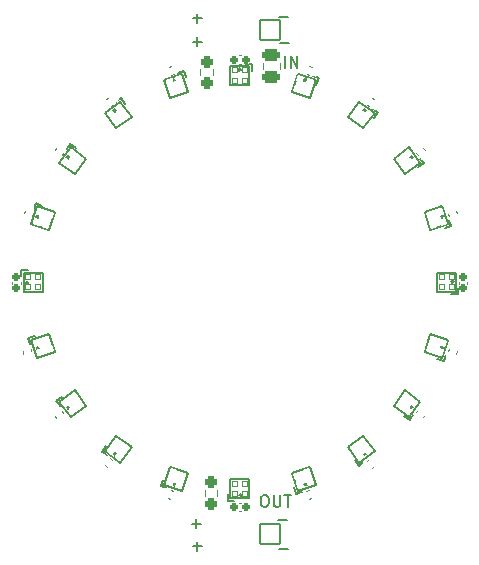
<source format=gto>
%TF.GenerationSoftware,KiCad,Pcbnew,7.0.2-6a45011f42~172~ubuntu22.04.1*%
%TF.CreationDate,2023-05-13T10:52:22-06:00*%
%TF.ProjectId,ring-40mm,72696e67-2d34-4306-9d6d-2e6b69636164,rev?*%
%TF.SameCoordinates,Original*%
%TF.FileFunction,Legend,Top*%
%TF.FilePolarity,Positive*%
%FSLAX46Y46*%
G04 Gerber Fmt 4.6, Leading zero omitted, Abs format (unit mm)*
G04 Created by KiCad (PCBNEW 7.0.2-6a45011f42~172~ubuntu22.04.1) date 2023-05-13 10:52:22*
%MOMM*%
%LPD*%
G01*
G04 APERTURE LIST*
G04 Aperture macros list*
%AMRoundRect*
0 Rectangle with rounded corners*
0 $1 Rounding radius*
0 $2 $3 $4 $5 $6 $7 $8 $9 X,Y pos of 4 corners*
0 Add a 4 corners polygon primitive as box body*
4,1,4,$2,$3,$4,$5,$6,$7,$8,$9,$2,$3,0*
0 Add four circle primitives for the rounded corners*
1,1,$1+$1,$2,$3*
1,1,$1+$1,$4,$5*
1,1,$1+$1,$6,$7*
1,1,$1+$1,$8,$9*
0 Add four rect primitives between the rounded corners*
20,1,$1+$1,$2,$3,$4,$5,0*
20,1,$1+$1,$4,$5,$6,$7,0*
20,1,$1+$1,$6,$7,$8,$9,0*
20,1,$1+$1,$8,$9,$2,$3,0*%
G04 Aperture macros list end*
%ADD10C,0.150000*%
%ADD11C,0.120000*%
%ADD12RoundRect,0.050000X-0.850000X0.850000X-0.850000X-0.850000X0.850000X-0.850000X0.850000X0.850000X0*%
%ADD13O,1.800000X1.800000*%
%ADD14RoundRect,0.050000X0.049777X0.314281X-0.314281X0.049777X-0.049777X-0.314281X0.314281X-0.049777X0*%
%ADD15RoundRect,0.190000X-0.213186X-0.055243X0.013339X-0.219823X0.213186X0.055243X-0.013339X0.219823X0*%
%ADD16RoundRect,0.190000X-0.080615X-0.204942X0.185681X-0.118417X0.080615X0.204942X-0.185681X0.118417X0*%
%ADD17RoundRect,0.287500X-0.237500X0.250000X-0.237500X-0.250000X0.237500X-0.250000X0.237500X0.250000X0*%
%ADD18RoundRect,0.050000X0.314281X-0.049777X0.049777X0.314281X-0.314281X0.049777X-0.049777X-0.314281X0*%
%ADD19RoundRect,0.050000X0.283517X0.144459X-0.144459X0.283517X-0.283517X-0.144459X0.144459X-0.283517X0*%
%ADD20RoundRect,0.190000X-0.204942X0.080615X-0.118417X-0.185681X0.204942X-0.080615X0.118417X0.185681X0*%
%ADD21RoundRect,0.050000X-0.314281X-0.049777X0.049777X-0.314281X0.314281X0.049777X-0.049777X0.314281X0*%
%ADD22RoundRect,0.050000X0.144459X-0.283517X0.283517X0.144459X-0.144459X0.283517X-0.283517X-0.144459X0*%
%ADD23RoundRect,0.190000X0.055243X-0.213186X0.219823X0.013339X-0.055243X0.213186X-0.219823X-0.013339X0*%
%ADD24RoundRect,0.190000X0.013339X0.219823X-0.213186X0.055243X-0.013339X-0.219823X0.213186X-0.055243X0*%
%ADD25RoundRect,0.050000X0.225000X0.225000X-0.225000X0.225000X-0.225000X-0.225000X0.225000X-0.225000X0*%
%ADD26RoundRect,0.190000X0.118417X-0.185681X0.204942X0.080615X-0.118417X0.185681X-0.204942X-0.080615X0*%
%ADD27RoundRect,0.190000X0.213186X0.055243X-0.013339X0.219823X-0.213186X-0.055243X0.013339X-0.219823X0*%
%ADD28RoundRect,0.050000X0.049777X-0.314281X0.314281X0.049777X-0.049777X0.314281X-0.314281X-0.049777X0*%
%ADD29RoundRect,0.190000X0.185681X0.118417X-0.080615X0.204942X-0.185681X-0.118417X0.080615X-0.204942X0*%
%ADD30RoundRect,0.050000X0.225000X-0.225000X0.225000X0.225000X-0.225000X0.225000X-0.225000X-0.225000X0*%
%ADD31RoundRect,0.190000X0.219823X-0.013339X0.055243X0.213186X-0.219823X0.013339X-0.055243X-0.213186X0*%
%ADD32RoundRect,0.300000X0.475000X-0.250000X0.475000X0.250000X-0.475000X0.250000X-0.475000X-0.250000X0*%
%ADD33RoundRect,0.190000X-0.055243X0.213186X-0.219823X-0.013339X0.055243X-0.213186X0.219823X0.013339X0*%
%ADD34RoundRect,0.050000X-0.283517X0.144459X-0.144459X-0.283517X0.283517X-0.144459X0.144459X0.283517X0*%
%ADD35RoundRect,0.050000X-0.314281X0.049777X-0.049777X-0.314281X0.314281X-0.049777X0.049777X0.314281X0*%
%ADD36RoundRect,0.050000X-0.225000X-0.225000X0.225000X-0.225000X0.225000X0.225000X-0.225000X0.225000X0*%
%ADD37RoundRect,0.050000X0.283517X-0.144459X0.144459X0.283517X-0.283517X0.144459X-0.144459X-0.283517X0*%
%ADD38RoundRect,0.050000X-0.225000X0.225000X-0.225000X-0.225000X0.225000X-0.225000X0.225000X0.225000X0*%
%ADD39RoundRect,0.050000X0.144459X0.283517X-0.283517X0.144459X-0.144459X-0.283517X0.283517X-0.144459X0*%
%ADD40RoundRect,0.190000X0.080615X0.204942X-0.185681X0.118417X-0.080615X-0.204942X0.185681X-0.118417X0*%
%ADD41RoundRect,0.190000X-0.140000X-0.170000X0.140000X-0.170000X0.140000X0.170000X-0.140000X0.170000X0*%
%ADD42RoundRect,0.190000X0.170000X-0.140000X0.170000X0.140000X-0.170000X0.140000X-0.170000X-0.140000X0*%
%ADD43RoundRect,0.190000X-0.013339X-0.219823X0.213186X-0.055243X0.013339X0.219823X-0.213186X0.055243X0*%
%ADD44RoundRect,0.190000X0.140000X0.170000X-0.140000X0.170000X-0.140000X-0.170000X0.140000X-0.170000X0*%
%ADD45RoundRect,0.190000X-0.219823X0.013339X-0.055243X-0.213186X0.219823X-0.013339X0.055243X0.213186X0*%
%ADD46RoundRect,0.050000X-0.049777X0.314281X-0.314281X-0.049777X0.049777X-0.314281X0.314281X0.049777X0*%
%ADD47RoundRect,0.050000X-0.283517X-0.144459X0.144459X-0.283517X0.283517X0.144459X-0.144459X0.283517X0*%
%ADD48RoundRect,0.190000X-0.118417X0.185681X-0.204942X-0.080615X0.118417X-0.185681X0.204942X0.080615X0*%
%ADD49RoundRect,0.050000X0.314281X0.049777X-0.049777X0.314281X-0.314281X-0.049777X0.049777X-0.314281X0*%
%ADD50RoundRect,0.190000X-0.185681X-0.118417X0.080615X-0.204942X0.185681X0.118417X-0.080615X0.204942X0*%
%ADD51RoundRect,0.050000X-0.049777X-0.314281X0.314281X-0.049777X0.049777X0.314281X-0.314281X0.049777X0*%
%ADD52RoundRect,0.190000X0.204942X-0.080615X0.118417X0.185681X-0.204942X0.080615X-0.118417X-0.185681X0*%
%ADD53RoundRect,0.050000X-0.144459X-0.283517X0.283517X-0.144459X0.144459X0.283517X-0.283517X0.144459X0*%
%ADD54RoundRect,0.190000X-0.170000X0.140000X-0.170000X-0.140000X0.170000X-0.140000X0.170000X0.140000X0*%
%ADD55RoundRect,0.050000X-0.144459X0.283517X-0.283517X-0.144459X0.144459X-0.283517X0.283517X0.144459X0*%
G04 APERTURE END LIST*
D10*
X103338095Y-79796666D02*
X104100000Y-79796666D01*
X95938095Y-77696666D02*
X96700000Y-77696666D01*
X96319047Y-78077619D02*
X96319047Y-77315714D01*
X101928571Y-118077619D02*
X102119047Y-118077619D01*
X102119047Y-118077619D02*
X102214285Y-118125238D01*
X102214285Y-118125238D02*
X102309523Y-118220476D01*
X102309523Y-118220476D02*
X102357142Y-118410952D01*
X102357142Y-118410952D02*
X102357142Y-118744285D01*
X102357142Y-118744285D02*
X102309523Y-118934761D01*
X102309523Y-118934761D02*
X102214285Y-119030000D01*
X102214285Y-119030000D02*
X102119047Y-119077619D01*
X102119047Y-119077619D02*
X101928571Y-119077619D01*
X101928571Y-119077619D02*
X101833333Y-119030000D01*
X101833333Y-119030000D02*
X101738095Y-118934761D01*
X101738095Y-118934761D02*
X101690476Y-118744285D01*
X101690476Y-118744285D02*
X101690476Y-118410952D01*
X101690476Y-118410952D02*
X101738095Y-118220476D01*
X101738095Y-118220476D02*
X101833333Y-118125238D01*
X101833333Y-118125238D02*
X101928571Y-118077619D01*
X102785714Y-118077619D02*
X102785714Y-118887142D01*
X102785714Y-118887142D02*
X102833333Y-118982380D01*
X102833333Y-118982380D02*
X102880952Y-119030000D01*
X102880952Y-119030000D02*
X102976190Y-119077619D01*
X102976190Y-119077619D02*
X103166666Y-119077619D01*
X103166666Y-119077619D02*
X103261904Y-119030000D01*
X103261904Y-119030000D02*
X103309523Y-118982380D01*
X103309523Y-118982380D02*
X103357142Y-118887142D01*
X103357142Y-118887142D02*
X103357142Y-118077619D01*
X103690476Y-118077619D02*
X104261904Y-118077619D01*
X103976190Y-119077619D02*
X103976190Y-118077619D01*
X103238095Y-122596666D02*
X104000000Y-122596666D01*
X103138095Y-120196666D02*
X103900000Y-120196666D01*
X95838095Y-120496666D02*
X96600000Y-120496666D01*
X96219047Y-120877619D02*
X96219047Y-120115714D01*
X102138095Y-80396666D02*
X102900000Y-80396666D01*
X95938095Y-79696666D02*
X96700000Y-79696666D01*
X96319047Y-80077619D02*
X96319047Y-79315714D01*
X103238095Y-77596666D02*
X104000000Y-77596666D01*
X103738095Y-81877619D02*
X103738095Y-80877619D01*
X104214285Y-81877619D02*
X104214285Y-80877619D01*
X104214285Y-80877619D02*
X104785713Y-81877619D01*
X104785713Y-81877619D02*
X104785713Y-80877619D01*
X95938095Y-122396666D02*
X96700000Y-122396666D01*
X96319047Y-122777619D02*
X96319047Y-122015714D01*
%TO.C,D19*%
X90207779Y-84978990D02*
X89855108Y-84493580D01*
X89855108Y-84493580D02*
X89450599Y-84787472D01*
X89420885Y-85427095D02*
X89317860Y-85625554D01*
X89317860Y-85625554D02*
X89200303Y-85463750D01*
X89200303Y-85463750D02*
X89420885Y-85427095D01*
X90751318Y-86067367D02*
X89456891Y-87007824D01*
X89456891Y-87007824D02*
X88516434Y-85713397D01*
X88516434Y-85713397D02*
X89810861Y-84772940D01*
X89810861Y-84772940D02*
X90751318Y-86067367D01*
D11*
%TO.C,C3*%
X111124362Y-84445369D02*
X111298844Y-84572138D01*
X110701156Y-85027862D02*
X110875638Y-85154631D01*
%TO.C,C20*%
X93886196Y-81790943D02*
X94091312Y-81724296D01*
X94108688Y-82475704D02*
X94313804Y-82409057D01*
%TO.C,R2*%
X98022500Y-117632776D02*
X98022500Y-118142224D01*
X96977500Y-117632776D02*
X96977500Y-118142224D01*
D10*
%TO.C,D4*%
X114989307Y-90335841D02*
X115474717Y-89983170D01*
X115474717Y-89983170D02*
X115180825Y-89578661D01*
X114541202Y-89548947D02*
X114342743Y-89445922D01*
X114342743Y-89445922D02*
X114504547Y-89328365D01*
X114504547Y-89328365D02*
X114541202Y-89548947D01*
X113900930Y-90879380D02*
X112960473Y-89584953D01*
X112960473Y-89584953D02*
X114254900Y-88644496D01*
X114254900Y-88644496D02*
X115195357Y-89938923D01*
X115195357Y-89938923D02*
X113900930Y-90879380D01*
%TO.C,D2*%
X106402578Y-83333284D02*
X106587989Y-82762650D01*
X106587989Y-82762650D02*
X106112460Y-82608142D01*
X105577529Y-82960063D02*
X105356416Y-82993366D01*
X105356416Y-82993366D02*
X105418220Y-82803154D01*
X105418220Y-82803154D02*
X105577529Y-82960063D01*
X105841547Y-84412749D02*
X104319856Y-83918322D01*
X104319856Y-83918322D02*
X104814283Y-82396631D01*
X104814283Y-82396631D02*
X106335974Y-82891058D01*
X106335974Y-82891058D02*
X105841547Y-84412749D01*
D11*
%TO.C,C5*%
X118209057Y-94014873D02*
X118275704Y-94219989D01*
X117524296Y-94237365D02*
X117590943Y-94442481D01*
D10*
%TO.C,D13*%
X88589745Y-113941799D02*
X88237074Y-114427209D01*
X88237074Y-114427209D02*
X88641582Y-114721101D01*
X89259082Y-114551707D02*
X89479664Y-114588362D01*
X89479664Y-114588362D02*
X89362107Y-114750166D01*
X89362107Y-114750166D02*
X89259082Y-114551707D01*
X89456891Y-113088535D02*
X90751318Y-114028992D01*
X90751318Y-114028992D02*
X89810861Y-115323419D01*
X89810861Y-115323419D02*
X88516434Y-114382962D01*
X88516434Y-114382962D02*
X89456891Y-113088535D01*
%TO.C,D7*%
X116635013Y-106530640D02*
X117205647Y-106716051D01*
X117205647Y-106716051D02*
X117360155Y-106240522D01*
X117008234Y-105705591D02*
X116974931Y-105484478D01*
X116974931Y-105484478D02*
X117165143Y-105546282D01*
X117165143Y-105546282D02*
X117008234Y-105705591D01*
X115555548Y-105969609D02*
X116049975Y-104447918D01*
X116049975Y-104447918D02*
X117571666Y-104942345D01*
X117571666Y-104942345D02*
X117077239Y-106464036D01*
X117077239Y-106464036D02*
X115555548Y-105969609D01*
D11*
%TO.C,C18*%
X84245369Y-88875638D02*
X84372138Y-88701156D01*
X84827862Y-89298844D02*
X84954631Y-89124362D01*
%TO.C,C9*%
X111298844Y-115627862D02*
X111124362Y-115754631D01*
X110875638Y-115045369D02*
X110701156Y-115172138D01*
D10*
%TO.C,D1*%
X100920118Y-82148180D02*
X100920118Y-81548180D01*
X100920118Y-81548180D02*
X100420118Y-81548180D01*
X100020118Y-82048180D02*
X99820118Y-82148180D01*
X99820118Y-82148180D02*
X99820118Y-81948180D01*
X99820118Y-81948180D02*
X100020118Y-82048180D01*
X100720118Y-83348180D02*
X99120118Y-83348180D01*
X99120118Y-83348180D02*
X99120118Y-81748180D01*
X99120118Y-81748180D02*
X100720118Y-81748180D01*
X100720118Y-81748180D02*
X100720118Y-83348180D01*
D11*
%TO.C,C17*%
X81624296Y-94219989D02*
X81690943Y-94014873D01*
X82309057Y-94442481D02*
X82375704Y-94237365D01*
%TO.C,C13*%
X88675638Y-115654631D02*
X88501156Y-115527862D01*
X89098844Y-115072138D02*
X88924362Y-114945369D01*
D10*
%TO.C,D8*%
X113813737Y-111378552D02*
X114299147Y-111731223D01*
X114299147Y-111731223D02*
X114593039Y-111326715D01*
X114423645Y-110709215D02*
X114460300Y-110488633D01*
X114460300Y-110488633D02*
X114622104Y-110606190D01*
X114622104Y-110606190D02*
X114423645Y-110709215D01*
X112960473Y-110511406D02*
X113900930Y-109216979D01*
X113900930Y-109216979D02*
X115195357Y-110157436D01*
X115195357Y-110157436D02*
X114254900Y-111451863D01*
X114254900Y-111451863D02*
X112960473Y-110511406D01*
D11*
%TO.C,C12*%
X94039989Y-118375704D02*
X93834873Y-118309057D01*
X94262481Y-117690943D02*
X94057365Y-117624296D01*
D10*
%TO.C,D6*%
X117820118Y-101048180D02*
X118420118Y-101048180D01*
X118420118Y-101048180D02*
X118420118Y-100548180D01*
X117920118Y-100148180D02*
X117820118Y-99948180D01*
X117820118Y-99948180D02*
X118020118Y-99948180D01*
X118020118Y-99948180D02*
X117920118Y-100148180D01*
X116620118Y-100848180D02*
X118220118Y-100848180D01*
X118220118Y-100848180D02*
X118220118Y-99248180D01*
X118220118Y-99248180D02*
X116620118Y-99248180D01*
X116620118Y-99248180D02*
X116620118Y-100848180D01*
D11*
%TO.C,C14*%
X84390001Y-111510516D02*
X84263232Y-111336034D01*
X84972494Y-111087310D02*
X84845725Y-110912828D01*
%TO.C,C21*%
X101865000Y-82011252D02*
X101865000Y-81488748D01*
X103335000Y-82011252D02*
X103335000Y-81488748D01*
%TO.C,C8*%
X115554631Y-111324362D02*
X115427862Y-111498844D01*
X114972138Y-110901156D02*
X114845369Y-111075638D01*
D10*
%TO.C,D15*%
X82587188Y-104628527D02*
X82016554Y-104813937D01*
X82016554Y-104813937D02*
X82171063Y-105289466D01*
X82770198Y-105515380D02*
X82927107Y-105674689D01*
X82927107Y-105674689D02*
X82736896Y-105736493D01*
X82736896Y-105736493D02*
X82770198Y-105515380D01*
X83790260Y-104447918D02*
X84284687Y-105969609D01*
X84284687Y-105969609D02*
X82762996Y-106464036D01*
X82762996Y-106464036D02*
X82268569Y-104942345D01*
X82268569Y-104942345D02*
X83790260Y-104447918D01*
%TO.C,D14*%
X84850928Y-109760518D02*
X84365518Y-110113189D01*
X84365518Y-110113189D02*
X84659410Y-110517698D01*
X85299033Y-110547412D02*
X85497492Y-110650437D01*
X85497492Y-110650437D02*
X85335688Y-110767994D01*
X85335688Y-110767994D02*
X85299033Y-110547412D01*
X85939305Y-109216979D02*
X86879762Y-110511406D01*
X86879762Y-110511406D02*
X85585335Y-111451863D01*
X85585335Y-111451863D02*
X84644878Y-110157436D01*
X84644878Y-110157436D02*
X85939305Y-109216979D01*
%TO.C,D11*%
X98920118Y-117948180D02*
X98920118Y-118548180D01*
X98920118Y-118548180D02*
X99420118Y-118548180D01*
X99820118Y-118048180D02*
X100020118Y-117948180D01*
X100020118Y-117948180D02*
X100020118Y-118148180D01*
X100020118Y-118148180D02*
X99820118Y-118048180D01*
X99120118Y-116748180D02*
X100720118Y-116748180D01*
X100720118Y-116748180D02*
X100720118Y-118348180D01*
X100720118Y-118348180D02*
X99120118Y-118348180D01*
X99120118Y-118348180D02*
X99120118Y-116748180D01*
%TO.C,D5*%
X117253047Y-95467832D02*
X117823681Y-95282422D01*
X117823681Y-95282422D02*
X117669172Y-94806893D01*
X117070037Y-94580979D02*
X116913128Y-94421670D01*
X116913128Y-94421670D02*
X117103339Y-94359866D01*
X117103339Y-94359866D02*
X117070037Y-94580979D01*
X116049975Y-95648441D02*
X115555548Y-94126750D01*
X115555548Y-94126750D02*
X117077239Y-93632323D01*
X117077239Y-93632323D02*
X117571666Y-95154014D01*
X117571666Y-95154014D02*
X116049975Y-95648441D01*
%TO.C,D16*%
X82020118Y-99048180D02*
X81420118Y-99048180D01*
X81420118Y-99048180D02*
X81420118Y-99548180D01*
X81920118Y-99948180D02*
X82020118Y-100148180D01*
X82020118Y-100148180D02*
X81820118Y-100148180D01*
X81820118Y-100148180D02*
X81920118Y-99948180D01*
X83220118Y-99248180D02*
X81620118Y-99248180D01*
X81620118Y-99248180D02*
X81620118Y-100848180D01*
X81620118Y-100848180D02*
X83220118Y-100848180D01*
X83220118Y-100848180D02*
X83220118Y-99248180D01*
%TO.C,D20*%
X95339770Y-82715250D02*
X95154360Y-82144616D01*
X95154360Y-82144616D02*
X94678831Y-82299125D01*
X94452917Y-82898260D02*
X94293608Y-83055169D01*
X94293608Y-83055169D02*
X94231804Y-82864958D01*
X94231804Y-82864958D02*
X94452917Y-82898260D01*
X95520379Y-83918322D02*
X93998688Y-84412749D01*
X93998688Y-84412749D02*
X93504261Y-82891058D01*
X93504261Y-82891058D02*
X95025952Y-82396631D01*
X95025952Y-82396631D02*
X95520379Y-83918322D01*
D11*
%TO.C,C10*%
X105957297Y-118357385D02*
X105752181Y-118424032D01*
X105734805Y-117672624D02*
X105529689Y-117739271D01*
%TO.C,C1*%
X99812164Y-80840000D02*
X100027836Y-80840000D01*
X99812164Y-81560000D02*
X100027836Y-81560000D01*
%TO.C,C16*%
X80640000Y-100207836D02*
X80640000Y-99992164D01*
X81360000Y-100207836D02*
X81360000Y-99992164D01*
%TO.C,C19*%
X88601156Y-84572138D02*
X88775638Y-84445369D01*
X89024362Y-85154631D02*
X89198844Y-85027862D01*
%TO.C,R1*%
X97622500Y-82032776D02*
X97622500Y-82542224D01*
X96577500Y-82032776D02*
X96577500Y-82542224D01*
%TO.C,C11*%
X100027836Y-119460000D02*
X99812164Y-119460000D01*
X100027836Y-118740000D02*
X99812164Y-118740000D01*
%TO.C,C4*%
X115427862Y-88701156D02*
X115554631Y-88875638D01*
X114845369Y-89124362D02*
X114972138Y-89298844D01*
D10*
%TO.C,D18*%
X86026498Y-88717807D02*
X85541088Y-88365136D01*
X85541088Y-88365136D02*
X85247196Y-88769644D01*
X85416590Y-89387144D02*
X85379935Y-89607726D01*
X85379935Y-89607726D02*
X85218131Y-89490169D01*
X85218131Y-89490169D02*
X85416590Y-89387144D01*
X86879762Y-89584953D02*
X85939305Y-90879380D01*
X85939305Y-90879380D02*
X84644878Y-89938923D01*
X84644878Y-89938923D02*
X85585335Y-88644496D01*
X85585335Y-88644496D02*
X86879762Y-89584953D01*
%TO.C,D12*%
X93437657Y-116763075D02*
X93252246Y-117333709D01*
X93252246Y-117333709D02*
X93727775Y-117488217D01*
X94262706Y-117136296D02*
X94483819Y-117102993D01*
X94483819Y-117102993D02*
X94422015Y-117293205D01*
X94422015Y-117293205D02*
X94262706Y-117136296D01*
X93998688Y-115683610D02*
X95520379Y-116178037D01*
X95520379Y-116178037D02*
X95025952Y-117699728D01*
X95025952Y-117699728D02*
X93504261Y-117205301D01*
X93504261Y-117205301D02*
X93998688Y-115683610D01*
D11*
%TO.C,C7*%
X118275704Y-105908688D02*
X118209057Y-106113804D01*
X117590943Y-105686196D02*
X117524296Y-105891312D01*
D10*
%TO.C,D3*%
X111250490Y-86154560D02*
X111603161Y-85669150D01*
X111603161Y-85669150D02*
X111198653Y-85375258D01*
X110581153Y-85544652D02*
X110360571Y-85507997D01*
X110360571Y-85507997D02*
X110478128Y-85346193D01*
X110478128Y-85346193D02*
X110581153Y-85544652D01*
X110383344Y-87007824D02*
X109088917Y-86067367D01*
X109088917Y-86067367D02*
X110029374Y-84772940D01*
X110029374Y-84772940D02*
X111323801Y-85713397D01*
X111323801Y-85713397D02*
X110383344Y-87007824D01*
D11*
%TO.C,C2*%
X105800010Y-81724296D02*
X106005126Y-81790943D01*
X105577518Y-82409057D02*
X105782634Y-82475704D01*
D10*
%TO.C,D9*%
X109632456Y-115117369D02*
X109985127Y-115602779D01*
X109985127Y-115602779D02*
X110389636Y-115308887D01*
X110419350Y-114669264D02*
X110522375Y-114470805D01*
X110522375Y-114470805D02*
X110639932Y-114632609D01*
X110639932Y-114632609D02*
X110419350Y-114669264D01*
X109088917Y-114028992D02*
X110383344Y-113088535D01*
X110383344Y-113088535D02*
X111323801Y-114382962D01*
X111323801Y-114382962D02*
X110029374Y-115323419D01*
X110029374Y-115323419D02*
X109088917Y-114028992D01*
D11*
%TO.C,C15*%
X81590943Y-106113804D02*
X81524296Y-105908688D01*
X82275704Y-105891312D02*
X82209057Y-105686196D01*
D10*
%TO.C,D10*%
X104500465Y-117381109D02*
X104685875Y-117951743D01*
X104685875Y-117951743D02*
X105161404Y-117797234D01*
X105387318Y-117198099D02*
X105546627Y-117041190D01*
X105546627Y-117041190D02*
X105608431Y-117231401D01*
X105608431Y-117231401D02*
X105387318Y-117198099D01*
X104319856Y-116178037D02*
X105841547Y-115683610D01*
X105841547Y-115683610D02*
X106335974Y-117205301D01*
X106335974Y-117205301D02*
X104814283Y-117699728D01*
X104814283Y-117699728D02*
X104319856Y-116178037D01*
D11*
%TO.C,C6*%
X119160000Y-99992164D02*
X119160000Y-100207836D01*
X118440000Y-99992164D02*
X118440000Y-100207836D01*
D10*
%TO.C,D17*%
X83205222Y-93565719D02*
X82634588Y-93380308D01*
X82634588Y-93380308D02*
X82480080Y-93855837D01*
X82832001Y-94390768D02*
X82865304Y-94611881D01*
X82865304Y-94611881D02*
X82675092Y-94550077D01*
X82675092Y-94550077D02*
X82832001Y-94390768D01*
X84284687Y-94126750D02*
X83790260Y-95648441D01*
X83790260Y-95648441D02*
X82268569Y-95154014D01*
X82268569Y-95154014D02*
X82762996Y-93632323D01*
X82762996Y-93632323D02*
X84284687Y-94126750D01*
%TD*%
%LPC*%
D12*
%TO.C,J2*%
X102440000Y-121400000D03*
D13*
X99900000Y-121400000D03*
X97360000Y-121400000D03*
%TD*%
D12*
%TO.C,J1*%
X102440000Y-78700000D03*
D13*
X99900000Y-78700000D03*
X97360000Y-78700000D03*
%TD*%
D14*
%TO.C,D19*%
X90227517Y-85984405D03*
X89539853Y-86484023D03*
X89727899Y-85296741D03*
X89040235Y-85796359D03*
%TD*%
D15*
%TO.C,C3*%
X110611672Y-84517863D03*
X111388328Y-85082137D03*
%TD*%
D16*
%TO.C,C20*%
X93643493Y-82248328D03*
X94556507Y-81951672D03*
%TD*%
D17*
%TO.C,R2*%
X97500000Y-116975000D03*
X97500000Y-118800000D03*
%TD*%
D18*
%TO.C,D4*%
X113983892Y-90355579D03*
X113484274Y-89667915D03*
X114671556Y-89855961D03*
X114171938Y-89168297D03*
%TD*%
D19*
%TO.C,D2*%
X105600782Y-83940221D03*
X104792384Y-83677557D03*
X105863446Y-83131823D03*
X105055048Y-82869159D03*
%TD*%
D20*
%TO.C,C5*%
X117751672Y-93772170D03*
X118048328Y-94685184D03*
%TD*%
D21*
%TO.C,D13*%
X89539853Y-113612336D03*
X90227517Y-114111954D03*
X89040235Y-114300000D03*
X89727899Y-114799618D03*
%TD*%
D22*
%TO.C,D7*%
X116028076Y-105728844D03*
X116290740Y-104920446D03*
X116836474Y-105991508D03*
X117099138Y-105183110D03*
%TD*%
D23*
%TO.C,C18*%
X84317863Y-89388328D03*
X84882137Y-88611672D03*
%TD*%
D24*
%TO.C,C9*%
X111388328Y-115117863D03*
X110611672Y-115682137D03*
%TD*%
D25*
%TO.C,D1*%
X100345118Y-82973180D03*
X99495118Y-82973180D03*
X100345118Y-82123180D03*
X99495118Y-82123180D03*
%TD*%
D26*
%TO.C,C17*%
X81851672Y-94685184D03*
X82148328Y-93772170D03*
%TD*%
D27*
%TO.C,C13*%
X89188328Y-115582137D03*
X88411672Y-115017863D03*
%TD*%
D28*
%TO.C,D8*%
X113484274Y-110428444D03*
X113983892Y-109740780D03*
X114171938Y-110928062D03*
X114671556Y-110240398D03*
%TD*%
D29*
%TO.C,C12*%
X94505184Y-118148328D03*
X93592170Y-117851672D03*
%TD*%
D30*
%TO.C,D6*%
X116995118Y-100473180D03*
X116995118Y-99623180D03*
X117845118Y-100473180D03*
X117845118Y-99623180D03*
%TD*%
D31*
%TO.C,C14*%
X84900000Y-111600000D03*
X84335726Y-110823344D03*
%TD*%
D32*
%TO.C,C21*%
X102600000Y-82700000D03*
X102600000Y-80800000D03*
%TD*%
D33*
%TO.C,C8*%
X115482137Y-110811672D03*
X114917863Y-111588328D03*
%TD*%
D34*
%TO.C,D15*%
X83549495Y-104920446D03*
X83812159Y-105728844D03*
X82741097Y-105183110D03*
X83003761Y-105991508D03*
%TD*%
D35*
%TO.C,D14*%
X85856343Y-109740780D03*
X86355961Y-110428444D03*
X85168679Y-110240398D03*
X85668297Y-110928062D03*
%TD*%
D36*
%TO.C,D11*%
X99495118Y-117123180D03*
X100345118Y-117123180D03*
X99495118Y-117973180D03*
X100345118Y-117973180D03*
%TD*%
D37*
%TO.C,D5*%
X116290740Y-95175913D03*
X116028076Y-94367515D03*
X117099138Y-94913249D03*
X116836474Y-94104851D03*
%TD*%
D38*
%TO.C,D16*%
X82845118Y-99623180D03*
X82845118Y-100473180D03*
X81995118Y-99623180D03*
X81995118Y-100473180D03*
%TD*%
D39*
%TO.C,D20*%
X95047851Y-83677557D03*
X94239453Y-83940221D03*
X94785187Y-82869159D03*
X93976789Y-83131823D03*
%TD*%
D40*
%TO.C,C10*%
X106200000Y-117900000D03*
X105286986Y-118196656D03*
%TD*%
D41*
%TO.C,C1*%
X99440000Y-81200000D03*
X100400000Y-81200000D03*
%TD*%
D42*
%TO.C,C16*%
X81000000Y-100580000D03*
X81000000Y-99620000D03*
%TD*%
D43*
%TO.C,C19*%
X88511672Y-85082137D03*
X89288328Y-84517863D03*
%TD*%
D17*
%TO.C,R1*%
X97100000Y-81375000D03*
X97100000Y-83200000D03*
%TD*%
D44*
%TO.C,C11*%
X100400000Y-119100000D03*
X99440000Y-119100000D03*
%TD*%
D45*
%TO.C,C4*%
X114917863Y-88611672D03*
X115482137Y-89388328D03*
%TD*%
D46*
%TO.C,D18*%
X86355961Y-89667915D03*
X85856343Y-90355579D03*
X85668297Y-89168297D03*
X85168679Y-89855961D03*
%TD*%
D47*
%TO.C,D12*%
X94239453Y-116156138D03*
X95047851Y-116418802D03*
X93976789Y-116964536D03*
X94785187Y-117227200D03*
%TD*%
D48*
%TO.C,C7*%
X118048328Y-105443493D03*
X117751672Y-106356507D03*
%TD*%
D49*
%TO.C,D3*%
X110300382Y-86484023D03*
X109612718Y-85984405D03*
X110800000Y-85796359D03*
X110112336Y-85296741D03*
%TD*%
D50*
%TO.C,C2*%
X105334815Y-81951672D03*
X106247829Y-82248328D03*
%TD*%
D51*
%TO.C,D9*%
X109612718Y-114111954D03*
X110300382Y-113612336D03*
X110112336Y-114799618D03*
X110800000Y-114300000D03*
%TD*%
D52*
%TO.C,C15*%
X82048328Y-106356507D03*
X81751672Y-105443493D03*
%TD*%
D53*
%TO.C,D10*%
X104792384Y-116418802D03*
X105600782Y-116156138D03*
X105055048Y-117227200D03*
X105863446Y-116964536D03*
%TD*%
D54*
%TO.C,C6*%
X118800000Y-99620000D03*
X118800000Y-100580000D03*
%TD*%
D55*
%TO.C,D17*%
X83812159Y-94367515D03*
X83549495Y-95175913D03*
X83003761Y-94104851D03*
X82741097Y-94913249D03*
%TD*%
%LPD*%
M02*

</source>
